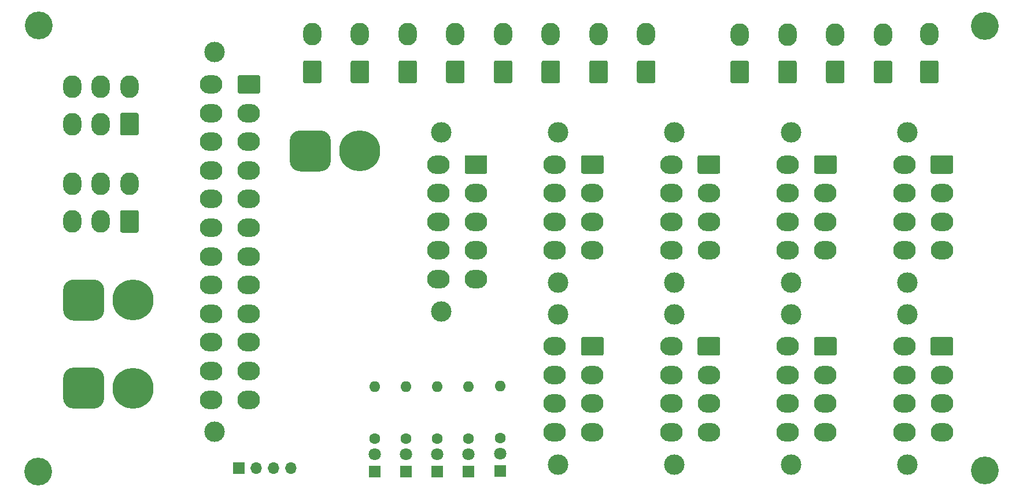
<source format=gbr>
%TF.GenerationSoftware,KiCad,Pcbnew,(5.1.10)-1*%
%TF.CreationDate,2022-08-20T11:58:47+10:00*%
%TF.ProjectId,ATX_PSU_Board,4154585f-5053-4555-9f42-6f6172642e6b,rev?*%
%TF.SameCoordinates,Original*%
%TF.FileFunction,Soldermask,Top*%
%TF.FilePolarity,Negative*%
%FSLAX46Y46*%
G04 Gerber Fmt 4.6, Leading zero omitted, Abs format (unit mm)*
G04 Created by KiCad (PCBNEW (5.1.10)-1) date 2022-08-20 11:58:47*
%MOMM*%
%LPD*%
G01*
G04 APERTURE LIST*
%ADD10O,1.600000X1.600000*%
%ADD11C,1.600000*%
%ADD12C,1.800000*%
%ADD13R,1.800000X1.800000*%
%ADD14O,1.700000X1.700000*%
%ADD15R,1.700000X1.700000*%
%ADD16O,2.700000X3.300000*%
%ADD17C,6.000000*%
%ADD18C,3.000000*%
%ADD19O,3.300000X2.700000*%
%ADD20C,4.064000*%
G04 APERTURE END LIST*
D10*
%TO.C,R5*%
X106020000Y-109127600D03*
D11*
X106020000Y-116747600D03*
%TD*%
D10*
%TO.C,R4*%
X101410000Y-109190100D03*
D11*
X101410000Y-116810100D03*
%TD*%
D10*
%TO.C,R3*%
X96838000Y-109190100D03*
D11*
X96838000Y-116810100D03*
%TD*%
D10*
%TO.C,R2*%
X92266000Y-109190100D03*
D11*
X92266000Y-116810100D03*
%TD*%
D10*
%TO.C,R1*%
X87694000Y-109190100D03*
D11*
X87694000Y-116810100D03*
%TD*%
D12*
%TO.C,D5*%
X106010000Y-119057600D03*
D13*
X106010000Y-121597600D03*
%TD*%
D12*
%TO.C,D4*%
X101410000Y-119105600D03*
D13*
X101410000Y-121645600D03*
%TD*%
D12*
%TO.C,D3*%
X96838000Y-119105600D03*
D13*
X96838000Y-121645600D03*
%TD*%
D12*
%TO.C,D2*%
X92266000Y-119105600D03*
D13*
X92266000Y-121645600D03*
%TD*%
D12*
%TO.C,D1*%
X87694000Y-119105600D03*
D13*
X87694000Y-121645600D03*
%TD*%
D14*
%TO.C,J1*%
X75421000Y-121158000D03*
X72881000Y-121158000D03*
X70341000Y-121158000D03*
D15*
X67801000Y-121158000D03*
%TD*%
D16*
%TO.C,J25*%
X43350000Y-79500000D03*
X47550000Y-79500000D03*
X51750000Y-79500000D03*
X43350000Y-85000000D03*
X47550000Y-85000000D03*
G36*
G01*
X53100000Y-83600001D02*
X53100000Y-86399999D01*
G75*
G02*
X52849999Y-86650000I-250001J0D01*
G01*
X50650001Y-86650000D01*
G75*
G02*
X50400000Y-86399999I0J250001D01*
G01*
X50400000Y-83600001D01*
G75*
G02*
X50650001Y-83350000I250001J0D01*
G01*
X52849999Y-83350000D01*
G75*
G02*
X53100000Y-83600001I0J-250001D01*
G01*
G37*
%TD*%
%TO.C,J26*%
X43350000Y-65250000D03*
X47550000Y-65250000D03*
X51750000Y-65250000D03*
X43350000Y-70750000D03*
X47550000Y-70750000D03*
G36*
G01*
X53100000Y-69350001D02*
X53100000Y-72149999D01*
G75*
G02*
X52849999Y-72400000I-250001J0D01*
G01*
X50650001Y-72400000D01*
G75*
G02*
X50400000Y-72149999I0J250001D01*
G01*
X50400000Y-69350001D01*
G75*
G02*
X50650001Y-69100000I250001J0D01*
G01*
X52849999Y-69100000D01*
G75*
G02*
X53100000Y-69350001I0J-250001D01*
G01*
G37*
%TD*%
%TO.C,J30*%
G36*
G01*
X42055200Y-110926800D02*
X42055200Y-107926800D01*
G75*
G02*
X43555200Y-106426800I1500000J0D01*
G01*
X46555200Y-106426800D01*
G75*
G02*
X48055200Y-107926800I0J-1500000D01*
G01*
X48055200Y-110926800D01*
G75*
G02*
X46555200Y-112426800I-1500000J0D01*
G01*
X43555200Y-112426800D01*
G75*
G02*
X42055200Y-110926800I0J1500000D01*
G01*
G37*
D17*
X52255200Y-109426800D03*
%TD*%
%TO.C,J29*%
G36*
G01*
X42055200Y-98026400D02*
X42055200Y-95026400D01*
G75*
G02*
X43555200Y-93526400I1500000J0D01*
G01*
X46555200Y-93526400D01*
G75*
G02*
X48055200Y-95026400I0J-1500000D01*
G01*
X48055200Y-98026400D01*
G75*
G02*
X46555200Y-99526400I-1500000J0D01*
G01*
X43555200Y-99526400D01*
G75*
G02*
X42055200Y-98026400I0J1500000D01*
G01*
G37*
X52255200Y-96526400D03*
%TD*%
D16*
%TO.C,J20*%
X168867600Y-57593600D03*
G36*
G01*
X170217600Y-61693601D02*
X170217600Y-64493599D01*
G75*
G02*
X169967599Y-64743600I-250001J0D01*
G01*
X167767601Y-64743600D01*
G75*
G02*
X167517600Y-64493599I0J250001D01*
G01*
X167517600Y-61693601D01*
G75*
G02*
X167767601Y-61443600I250001J0D01*
G01*
X169967599Y-61443600D01*
G75*
G02*
X170217600Y-61693601I0J-250001D01*
G01*
G37*
%TD*%
D18*
%TO.C,J11*%
X165656400Y-120601800D03*
X165656400Y-98601800D03*
D19*
X165196400Y-115901800D03*
X165196400Y-111701800D03*
X165196400Y-107501800D03*
X165196400Y-103301800D03*
X170696400Y-115901800D03*
X170696400Y-111701800D03*
X170696400Y-107501800D03*
G36*
G01*
X169296401Y-101951800D02*
X172096399Y-101951800D01*
G75*
G02*
X172346400Y-102201801I0J-250001D01*
G01*
X172346400Y-104401799D01*
G75*
G02*
X172096399Y-104651800I-250001J0D01*
G01*
X169296401Y-104651800D01*
G75*
G02*
X169046400Y-104401799I0J250001D01*
G01*
X169046400Y-102201801D01*
G75*
G02*
X169296401Y-101951800I250001J0D01*
G01*
G37*
%TD*%
D16*
%TO.C,J24*%
X141083632Y-57607200D03*
G36*
G01*
X142433632Y-61707201D02*
X142433632Y-64507199D01*
G75*
G02*
X142183631Y-64757200I-250001J0D01*
G01*
X139983633Y-64757200D01*
G75*
G02*
X139733632Y-64507199I0J250001D01*
G01*
X139733632Y-61707201D01*
G75*
G02*
X139983633Y-61457200I250001J0D01*
G01*
X142183631Y-61457200D01*
G75*
G02*
X142433632Y-61707201I0J-250001D01*
G01*
G37*
%TD*%
%TO.C,J23*%
X148086774Y-57607200D03*
G36*
G01*
X149436774Y-61707201D02*
X149436774Y-64507199D01*
G75*
G02*
X149186773Y-64757200I-250001J0D01*
G01*
X146986775Y-64757200D01*
G75*
G02*
X146736774Y-64507199I0J250001D01*
G01*
X146736774Y-61707201D01*
G75*
G02*
X146986775Y-61457200I250001J0D01*
G01*
X149186773Y-61457200D01*
G75*
G02*
X149436774Y-61707201I0J-250001D01*
G01*
G37*
%TD*%
%TO.C,J22*%
X155089916Y-57607200D03*
G36*
G01*
X156439916Y-61707201D02*
X156439916Y-64507199D01*
G75*
G02*
X156189915Y-64757200I-250001J0D01*
G01*
X153989917Y-64757200D01*
G75*
G02*
X153739916Y-64507199I0J250001D01*
G01*
X153739916Y-61707201D01*
G75*
G02*
X153989917Y-61457200I250001J0D01*
G01*
X156189915Y-61457200D01*
G75*
G02*
X156439916Y-61707201I0J-250001D01*
G01*
G37*
%TD*%
%TO.C,J21*%
X162093058Y-57607200D03*
G36*
G01*
X163443058Y-61707201D02*
X163443058Y-64507199D01*
G75*
G02*
X163193057Y-64757200I-250001J0D01*
G01*
X160993059Y-64757200D01*
G75*
G02*
X160743058Y-64507199I0J250001D01*
G01*
X160743058Y-61707201D01*
G75*
G02*
X160993059Y-61457200I250001J0D01*
G01*
X163193057Y-61457200D01*
G75*
G02*
X163443058Y-61707201I0J-250001D01*
G01*
G37*
%TD*%
%TO.C,J19*%
X127414800Y-57593600D03*
G36*
G01*
X128764800Y-61693601D02*
X128764800Y-64493599D01*
G75*
G02*
X128514799Y-64743600I-250001J0D01*
G01*
X126314801Y-64743600D01*
G75*
G02*
X126064800Y-64493599I0J250001D01*
G01*
X126064800Y-61693601D01*
G75*
G02*
X126314801Y-61443600I250001J0D01*
G01*
X128514799Y-61443600D01*
G75*
G02*
X128764800Y-61693601I0J-250001D01*
G01*
G37*
%TD*%
%TO.C,J18*%
X120429800Y-57593600D03*
G36*
G01*
X121779800Y-61693601D02*
X121779800Y-64493599D01*
G75*
G02*
X121529799Y-64743600I-250001J0D01*
G01*
X119329801Y-64743600D01*
G75*
G02*
X119079800Y-64493599I0J250001D01*
G01*
X119079800Y-61693601D01*
G75*
G02*
X119329801Y-61443600I250001J0D01*
G01*
X121529799Y-61443600D01*
G75*
G02*
X121779800Y-61693601I0J-250001D01*
G01*
G37*
%TD*%
%TO.C,J17*%
X113444800Y-57593600D03*
G36*
G01*
X114794800Y-61693601D02*
X114794800Y-64493599D01*
G75*
G02*
X114544799Y-64743600I-250001J0D01*
G01*
X112344801Y-64743600D01*
G75*
G02*
X112094800Y-64493599I0J250001D01*
G01*
X112094800Y-61693601D01*
G75*
G02*
X112344801Y-61443600I250001J0D01*
G01*
X114544799Y-61443600D01*
G75*
G02*
X114794800Y-61693601I0J-250001D01*
G01*
G37*
%TD*%
%TO.C,J16*%
X106459800Y-57593600D03*
G36*
G01*
X107809800Y-61693601D02*
X107809800Y-64493599D01*
G75*
G02*
X107559799Y-64743600I-250001J0D01*
G01*
X105359801Y-64743600D01*
G75*
G02*
X105109800Y-64493599I0J250001D01*
G01*
X105109800Y-61693601D01*
G75*
G02*
X105359801Y-61443600I250001J0D01*
G01*
X107559799Y-61443600D01*
G75*
G02*
X107809800Y-61693601I0J-250001D01*
G01*
G37*
%TD*%
%TO.C,J15*%
X99474800Y-57593600D03*
G36*
G01*
X100824800Y-61693601D02*
X100824800Y-64493599D01*
G75*
G02*
X100574799Y-64743600I-250001J0D01*
G01*
X98374801Y-64743600D01*
G75*
G02*
X98124800Y-64493599I0J250001D01*
G01*
X98124800Y-61693601D01*
G75*
G02*
X98374801Y-61443600I250001J0D01*
G01*
X100574799Y-61443600D01*
G75*
G02*
X100824800Y-61693601I0J-250001D01*
G01*
G37*
%TD*%
%TO.C,J14*%
X92489800Y-57593600D03*
G36*
G01*
X93839800Y-61693601D02*
X93839800Y-64493599D01*
G75*
G02*
X93589799Y-64743600I-250001J0D01*
G01*
X91389801Y-64743600D01*
G75*
G02*
X91139800Y-64493599I0J250001D01*
G01*
X91139800Y-61693601D01*
G75*
G02*
X91389801Y-61443600I250001J0D01*
G01*
X93589799Y-61443600D01*
G75*
G02*
X93839800Y-61693601I0J-250001D01*
G01*
G37*
%TD*%
%TO.C,J13*%
X85504800Y-57593600D03*
G36*
G01*
X86854800Y-61693601D02*
X86854800Y-64493599D01*
G75*
G02*
X86604799Y-64743600I-250001J0D01*
G01*
X84404801Y-64743600D01*
G75*
G02*
X84154800Y-64493599I0J250001D01*
G01*
X84154800Y-61693601D01*
G75*
G02*
X84404801Y-61443600I250001J0D01*
G01*
X86604799Y-61443600D01*
G75*
G02*
X86854800Y-61693601I0J-250001D01*
G01*
G37*
%TD*%
%TO.C,J12*%
X78519800Y-57593600D03*
G36*
G01*
X79869800Y-61693601D02*
X79869800Y-64493599D01*
G75*
G02*
X79619799Y-64743600I-250001J0D01*
G01*
X77419801Y-64743600D01*
G75*
G02*
X77169800Y-64493599I0J250001D01*
G01*
X77169800Y-61693601D01*
G75*
G02*
X77419801Y-61443600I250001J0D01*
G01*
X79619799Y-61443600D01*
G75*
G02*
X79869800Y-61693601I0J-250001D01*
G01*
G37*
%TD*%
%TO.C,J28*%
G36*
G01*
X75228400Y-76176800D02*
X75228400Y-73176800D01*
G75*
G02*
X76728400Y-71676800I1500000J0D01*
G01*
X79728400Y-71676800D01*
G75*
G02*
X81228400Y-73176800I0J-1500000D01*
G01*
X81228400Y-76176800D01*
G75*
G02*
X79728400Y-77676800I-1500000J0D01*
G01*
X76728400Y-77676800D01*
G75*
G02*
X75228400Y-76176800I0J1500000D01*
G01*
G37*
D17*
X85428400Y-74676800D03*
%TD*%
D18*
%TO.C,J5*%
X131551000Y-93964600D03*
X131551000Y-71964600D03*
D19*
X131091000Y-89264600D03*
X131091000Y-85064600D03*
X131091000Y-80864600D03*
X131091000Y-76664600D03*
X136591000Y-89264600D03*
X136591000Y-85064600D03*
X136591000Y-80864600D03*
G36*
G01*
X135191001Y-75314600D02*
X137990999Y-75314600D01*
G75*
G02*
X138241000Y-75564601I0J-250001D01*
G01*
X138241000Y-77764599D01*
G75*
G02*
X137990999Y-78014600I-250001J0D01*
G01*
X135191001Y-78014600D01*
G75*
G02*
X134941000Y-77764599I0J250001D01*
G01*
X134941000Y-75564601D01*
G75*
G02*
X135191001Y-75314600I250001J0D01*
G01*
G37*
%TD*%
D18*
%TO.C,J7*%
X165656400Y-93964600D03*
X165656400Y-71964600D03*
D19*
X165196400Y-89264600D03*
X165196400Y-85064600D03*
X165196400Y-80864600D03*
X165196400Y-76664600D03*
X170696400Y-89264600D03*
X170696400Y-85064600D03*
X170696400Y-80864600D03*
G36*
G01*
X169296401Y-75314600D02*
X172096399Y-75314600D01*
G75*
G02*
X172346400Y-75564601I0J-250001D01*
G01*
X172346400Y-77764599D01*
G75*
G02*
X172096399Y-78014600I-250001J0D01*
G01*
X169296401Y-78014600D01*
G75*
G02*
X169046400Y-77764599I0J250001D01*
G01*
X169046400Y-75564601D01*
G75*
G02*
X169296401Y-75314600I250001J0D01*
G01*
G37*
%TD*%
D20*
%TO.C,H4*%
X177000000Y-56337200D03*
%TD*%
%TO.C,H3*%
X38404800Y-121615200D03*
%TD*%
%TO.C,H2*%
X177000000Y-121500000D03*
%TD*%
%TO.C,H1*%
X38506400Y-56286400D03*
%TD*%
D18*
%TO.C,J10*%
X148603700Y-120601800D03*
X148603700Y-98601800D03*
D19*
X148143700Y-115901800D03*
X148143700Y-111701800D03*
X148143700Y-107501800D03*
X148143700Y-103301800D03*
X153643700Y-115901800D03*
X153643700Y-111701800D03*
X153643700Y-107501800D03*
G36*
G01*
X152243701Y-101951800D02*
X155043699Y-101951800D01*
G75*
G02*
X155293700Y-102201801I0J-250001D01*
G01*
X155293700Y-104401799D01*
G75*
G02*
X155043699Y-104651800I-250001J0D01*
G01*
X152243701Y-104651800D01*
G75*
G02*
X151993700Y-104401799I0J250001D01*
G01*
X151993700Y-102201801D01*
G75*
G02*
X152243701Y-101951800I250001J0D01*
G01*
G37*
%TD*%
D18*
%TO.C,J9*%
X131551000Y-120601800D03*
X131551000Y-98601800D03*
D19*
X131091000Y-115901800D03*
X131091000Y-111701800D03*
X131091000Y-107501800D03*
X131091000Y-103301800D03*
X136591000Y-115901800D03*
X136591000Y-111701800D03*
X136591000Y-107501800D03*
G36*
G01*
X135191001Y-101951800D02*
X137990999Y-101951800D01*
G75*
G02*
X138241000Y-102201801I0J-250001D01*
G01*
X138241000Y-104401799D01*
G75*
G02*
X137990999Y-104651800I-250001J0D01*
G01*
X135191001Y-104651800D01*
G75*
G02*
X134941000Y-104401799I0J250001D01*
G01*
X134941000Y-102201801D01*
G75*
G02*
X135191001Y-101951800I250001J0D01*
G01*
G37*
%TD*%
D18*
%TO.C,J8*%
X114498300Y-120601800D03*
X114498300Y-98601800D03*
D19*
X114038300Y-115901800D03*
X114038300Y-111701800D03*
X114038300Y-107501800D03*
X114038300Y-103301800D03*
X119538300Y-115901800D03*
X119538300Y-111701800D03*
X119538300Y-107501800D03*
G36*
G01*
X118138301Y-101951800D02*
X120938299Y-101951800D01*
G75*
G02*
X121188300Y-102201801I0J-250001D01*
G01*
X121188300Y-104401799D01*
G75*
G02*
X120938299Y-104651800I-250001J0D01*
G01*
X118138301Y-104651800D01*
G75*
G02*
X117888300Y-104401799I0J250001D01*
G01*
X117888300Y-102201801D01*
G75*
G02*
X118138301Y-101951800I250001J0D01*
G01*
G37*
%TD*%
D18*
%TO.C,J6*%
X148603700Y-93964600D03*
X148603700Y-71964600D03*
D19*
X148143700Y-89264600D03*
X148143700Y-85064600D03*
X148143700Y-80864600D03*
X148143700Y-76664600D03*
X153643700Y-89264600D03*
X153643700Y-85064600D03*
X153643700Y-80864600D03*
G36*
G01*
X152243701Y-75314600D02*
X155043699Y-75314600D01*
G75*
G02*
X155293700Y-75564601I0J-250001D01*
G01*
X155293700Y-77764599D01*
G75*
G02*
X155043699Y-78014600I-250001J0D01*
G01*
X152243701Y-78014600D01*
G75*
G02*
X151993700Y-77764599I0J250001D01*
G01*
X151993700Y-75564601D01*
G75*
G02*
X152243701Y-75314600I250001J0D01*
G01*
G37*
%TD*%
D18*
%TO.C,J4*%
X114498300Y-93964600D03*
X114498300Y-71964600D03*
D19*
X114038300Y-89264600D03*
X114038300Y-85064600D03*
X114038300Y-80864600D03*
X114038300Y-76664600D03*
X119538300Y-89264600D03*
X119538300Y-85064600D03*
X119538300Y-80864600D03*
G36*
G01*
X118138301Y-75314600D02*
X120938299Y-75314600D01*
G75*
G02*
X121188300Y-75564601I0J-250001D01*
G01*
X121188300Y-77764599D01*
G75*
G02*
X120938299Y-78014600I-250001J0D01*
G01*
X118138301Y-78014600D01*
G75*
G02*
X117888300Y-77764599I0J250001D01*
G01*
X117888300Y-75564601D01*
G75*
G02*
X118138301Y-75314600I250001J0D01*
G01*
G37*
%TD*%
D18*
%TO.C,J3*%
X97445600Y-98164600D03*
X97445600Y-71964600D03*
D19*
X96985600Y-93464600D03*
X96985600Y-89264600D03*
X96985600Y-85064600D03*
X96985600Y-80864600D03*
X96985600Y-76664600D03*
X102485600Y-93464600D03*
X102485600Y-89264600D03*
X102485600Y-85064600D03*
X102485600Y-80864600D03*
G36*
G01*
X101085601Y-75314600D02*
X103885599Y-75314600D01*
G75*
G02*
X104135600Y-75564601I0J-250001D01*
G01*
X104135600Y-77764599D01*
G75*
G02*
X103885599Y-78014600I-250001J0D01*
G01*
X101085601Y-78014600D01*
G75*
G02*
X100835600Y-77764599I0J250001D01*
G01*
X100835600Y-75564601D01*
G75*
G02*
X101085601Y-75314600I250001J0D01*
G01*
G37*
%TD*%
D18*
%TO.C,J2*%
X64208800Y-115822400D03*
X64208800Y-60222400D03*
D19*
X63748800Y-111122400D03*
X63748800Y-106922400D03*
X63748800Y-102722400D03*
X63748800Y-98522400D03*
X63748800Y-94322400D03*
X63748800Y-90122400D03*
X63748800Y-85922400D03*
X63748800Y-81722400D03*
X63748800Y-77522400D03*
X63748800Y-73322400D03*
X63748800Y-69122400D03*
X63748800Y-64922400D03*
X69248800Y-111122400D03*
X69248800Y-106922400D03*
X69248800Y-102722400D03*
X69248800Y-98522400D03*
X69248800Y-94322400D03*
X69248800Y-90122400D03*
X69248800Y-85922400D03*
X69248800Y-81722400D03*
X69248800Y-77522400D03*
X69248800Y-73322400D03*
X69248800Y-69122400D03*
G36*
G01*
X67848801Y-63572400D02*
X70648799Y-63572400D01*
G75*
G02*
X70898800Y-63822401I0J-250001D01*
G01*
X70898800Y-66022399D01*
G75*
G02*
X70648799Y-66272400I-250001J0D01*
G01*
X67848801Y-66272400D01*
G75*
G02*
X67598800Y-66022399I0J250001D01*
G01*
X67598800Y-63822401D01*
G75*
G02*
X67848801Y-63572400I250001J0D01*
G01*
G37*
%TD*%
M02*

</source>
